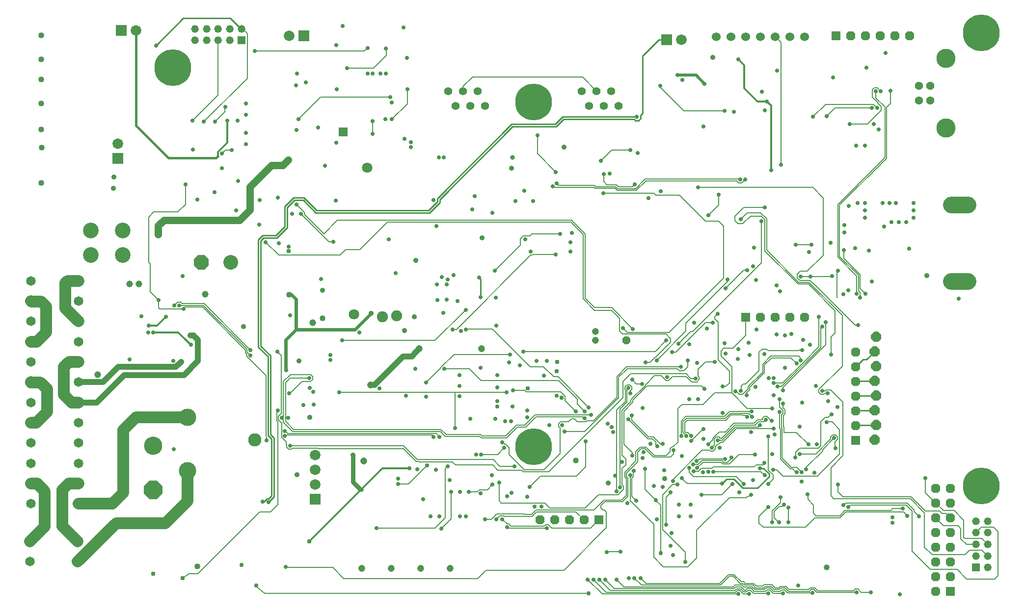
<source format=gbl>
G75*
%MOIN*%
%OFA0B0*%
%FSLAX25Y25*%
%IPPOS*%
%LPD*%
%AMOC8*
5,1,8,0,0,1.08239X$1,22.5*
%
%ADD10C,0.11250*%
%ADD11R,0.06300X0.06300*%
%ADD12OC8,0.06300*%
%ADD13R,0.05200X0.05200*%
%ADD14C,0.05200*%
%ADD15C,0.05500*%
%ADD16R,0.07200X0.07200*%
%ADD17C,0.07200*%
%ADD18OC8,0.05200*%
%ADD19R,0.06400X0.06400*%
%ADD20OC8,0.12400*%
%ADD21C,0.12400*%
%ADD22C,0.06000*%
%ADD23C,0.25000*%
%ADD24C,0.13055*%
%ADD25C,0.05622*%
%ADD26C,0.10630*%
%ADD27C,0.10000*%
%ADD28OC8,0.10000*%
%ADD29C,0.06496*%
%ADD30OC8,0.07000*%
%ADD31C,0.02781*%
%ADD32C,0.00600*%
%ADD33C,0.03100*%
%ADD34C,0.03600*%
%ADD35C,0.03175*%
%ADD36C,0.07087*%
%ADD37C,0.04000*%
%ADD38C,0.04750*%
%ADD39C,0.02978*%
%ADD40C,0.04600*%
%ADD41C,0.01000*%
%ADD42C,0.00800*%
%ADD43C,0.07874*%
%ADD44C,0.09000*%
%ADD45C,0.01200*%
%ADD46C,0.08000*%
%ADD47C,0.11811*%
%ADD48C,0.02400*%
%ADD49C,0.05000*%
%ADD50C,0.03937*%
%ADD51C,0.07500*%
%ADD52C,0.01400*%
%ADD53C,0.03000*%
%ADD54C,0.02000*%
%ADD55C,0.01600*%
%ADD56C,0.04000*%
D10*
X0652371Y0223942D02*
X0663621Y0223942D01*
X0663621Y0275911D02*
X0652371Y0275911D01*
D11*
X0512799Y0199533D03*
X0587524Y0115990D03*
X0412949Y0061694D03*
X0651809Y0013136D03*
X0574102Y0390840D03*
D12*
X0584102Y0390840D03*
X0594102Y0390840D03*
X0604102Y0390840D03*
X0614102Y0390840D03*
X0624102Y0390840D03*
X0552799Y0199533D03*
X0542799Y0199533D03*
X0532799Y0199533D03*
X0522799Y0199533D03*
X0587524Y0175990D03*
X0587524Y0165990D03*
X0587524Y0155990D03*
X0587524Y0145990D03*
X0587524Y0135990D03*
X0587524Y0125990D03*
X0641809Y0083136D03*
X0651809Y0083136D03*
X0651809Y0073136D03*
X0641809Y0073136D03*
X0641809Y0063136D03*
X0651809Y0063136D03*
X0651809Y0053136D03*
X0641809Y0053136D03*
X0641809Y0043136D03*
X0651809Y0043136D03*
X0651809Y0033136D03*
X0641809Y0033136D03*
X0641809Y0023136D03*
X0651809Y0023136D03*
X0641809Y0013136D03*
X0402949Y0061694D03*
X0392949Y0061694D03*
X0382949Y0061694D03*
X0372949Y0061694D03*
D13*
X0669019Y0029408D03*
X0170272Y0387675D03*
D14*
X0162398Y0387675D03*
X0154524Y0387675D03*
X0146650Y0387675D03*
X0138776Y0387675D03*
X0138776Y0395549D03*
X0146650Y0395549D03*
X0154524Y0395549D03*
X0162398Y0395549D03*
X0170272Y0395549D03*
X0669019Y0060905D03*
X0676893Y0060905D03*
X0676893Y0053031D03*
X0669019Y0053031D03*
X0669019Y0045157D03*
X0676893Y0045157D03*
X0676893Y0037282D03*
X0676893Y0029408D03*
X0669019Y0037282D03*
D15*
X0426402Y0343273D03*
X0416402Y0343273D03*
X0406402Y0343273D03*
X0411402Y0353273D03*
X0421402Y0353273D03*
X0401402Y0353273D03*
X0335850Y0343273D03*
X0325850Y0343273D03*
X0315850Y0343273D03*
X0310850Y0353273D03*
X0320850Y0353273D03*
X0330850Y0353273D03*
D16*
X0212882Y0390757D03*
X0088744Y0394340D03*
X0086299Y0307423D03*
X0459020Y0388116D03*
X0220512Y0075987D03*
D17*
X0220512Y0085987D03*
X0220512Y0095987D03*
X0220512Y0105987D03*
X0086299Y0317423D03*
X0202882Y0390757D03*
X0098744Y0394340D03*
X0469020Y0388116D03*
D18*
X0431815Y0183785D03*
D19*
X0239295Y0325399D03*
D20*
X0110420Y0082108D03*
D21*
X0110420Y0112108D03*
D22*
X0492799Y0390242D03*
X0502799Y0390242D03*
X0512799Y0390242D03*
X0522799Y0390242D03*
X0532799Y0390242D03*
X0542799Y0390242D03*
X0552799Y0390242D03*
D23*
X0672667Y0392812D03*
X0368626Y0345793D03*
X0123657Y0369291D03*
X0368736Y0111383D03*
X0672622Y0084850D03*
D24*
X0648882Y0328057D03*
X0648882Y0375458D03*
D25*
X0638213Y0356679D03*
X0630339Y0356679D03*
X0630339Y0346836D03*
X0638213Y0346836D03*
D26*
X0089654Y0258375D03*
X0068000Y0258375D03*
X0068000Y0241840D03*
X0089654Y0241840D03*
D27*
X0163071Y0236952D03*
D28*
X0143071Y0236952D03*
D29*
X0026882Y0033478D03*
X0026882Y0047257D03*
X0059165Y0047257D03*
X0059165Y0033478D03*
X0059665Y0072682D03*
X0059665Y0086462D03*
X0059665Y0100242D03*
X0027382Y0100242D03*
X0027382Y0086462D03*
X0027382Y0072682D03*
X0027382Y0114021D03*
X0027382Y0127801D03*
X0027382Y0141580D03*
X0059665Y0141580D03*
X0059665Y0127801D03*
X0059665Y0114021D03*
X0059665Y0155360D03*
X0059665Y0169139D03*
X0059665Y0182919D03*
X0027382Y0182919D03*
X0027382Y0169139D03*
X0027382Y0155360D03*
X0027382Y0196698D03*
X0027382Y0210478D03*
X0027382Y0224257D03*
X0059665Y0224257D03*
X0059665Y0210478D03*
X0059665Y0196698D03*
D30*
X0600382Y0176257D03*
X0601382Y0186257D03*
X0601382Y0166257D03*
X0600382Y0156257D03*
X0601382Y0146257D03*
X0600382Y0136257D03*
X0601382Y0126257D03*
X0600382Y0116257D03*
D31*
X0573652Y0110357D03*
X0572752Y0117357D03*
X0567852Y0128257D03*
X0570952Y0133457D03*
X0575052Y0138457D03*
X0568652Y0142457D03*
X0568552Y0147957D03*
X0564752Y0149557D03*
X0560252Y0152757D03*
X0538152Y0149857D03*
X0534252Y0152457D03*
X0531752Y0154757D03*
X0531852Y0158157D03*
X0528452Y0158257D03*
X0519252Y0152257D03*
X0513252Y0146357D03*
X0509352Y0149557D03*
X0505652Y0149157D03*
X0496952Y0152357D03*
X0484882Y0150757D03*
X0478652Y0157957D03*
X0468752Y0165757D03*
X0473252Y0170257D03*
X0479752Y0168357D03*
X0491882Y0169257D03*
X0498952Y0174757D03*
X0507352Y0171157D03*
X0515252Y0173757D03*
X0507752Y0177757D03*
X0514882Y0182257D03*
X0520152Y0191157D03*
X0533752Y0187757D03*
X0539252Y0187257D03*
X0543882Y0188257D03*
X0551882Y0184257D03*
X0556352Y0180857D03*
X0551152Y0177257D03*
X0549952Y0170157D03*
X0547252Y0168057D03*
X0539382Y0165257D03*
X0525352Y0174357D03*
X0498502Y0181757D03*
X0486252Y0191757D03*
X0490382Y0195757D03*
X0477882Y0195757D03*
X0493752Y0201857D03*
X0498952Y0219057D03*
X0500452Y0225257D03*
X0513852Y0231657D03*
X0517852Y0234157D03*
X0519652Y0224757D03*
X0533752Y0221007D03*
X0536002Y0217007D03*
X0550002Y0227257D03*
X0556843Y0227257D03*
X0571552Y0227657D03*
X0575382Y0231257D03*
X0598252Y0223757D03*
X0582552Y0217957D03*
X0579152Y0215157D03*
X0588052Y0215457D03*
X0590352Y0212857D03*
X0594152Y0215457D03*
X0562452Y0199957D03*
X0567152Y0196057D03*
X0564752Y0193257D03*
X0589102Y0194107D03*
X0570882Y0174257D03*
X0531852Y0146657D03*
X0535752Y0143757D03*
X0538152Y0140757D03*
X0535752Y0135257D03*
X0530752Y0137657D03*
X0526252Y0129757D03*
X0530252Y0129257D03*
X0531752Y0123757D03*
X0532382Y0119757D03*
X0528052Y0118557D03*
X0516452Y0121457D03*
X0522252Y0126257D03*
X0516982Y0131957D03*
X0513582Y0131857D03*
X0516882Y0135357D03*
X0496952Y0134557D03*
X0480252Y0143757D03*
X0474252Y0143757D03*
X0442682Y0137957D03*
X0435352Y0132857D03*
X0433152Y0130057D03*
X0421582Y0124857D03*
X0419082Y0127157D03*
X0422682Y0121357D03*
X0407752Y0133257D03*
X0403352Y0135657D03*
X0406152Y0138157D03*
X0397452Y0135657D03*
X0403252Y0130757D03*
X0388152Y0126257D03*
X0389752Y0121757D03*
X0379352Y0126257D03*
X0364252Y0131357D03*
X0364452Y0136157D03*
X0354252Y0138957D03*
X0344052Y0138957D03*
X0344052Y0142357D03*
X0350352Y0148657D03*
X0354752Y0149957D03*
X0344052Y0151957D03*
X0344152Y0160057D03*
X0332791Y0165257D03*
X0318352Y0160257D03*
X0308052Y0164457D03*
X0295752Y0155257D03*
X0288452Y0164457D03*
X0263952Y0151057D03*
X0282052Y0146157D03*
X0295652Y0145557D03*
X0318552Y0145957D03*
X0318352Y0152957D03*
X0352052Y0168857D03*
X0352752Y0174257D03*
X0361752Y0176257D03*
X0370752Y0169757D03*
X0377752Y0169757D03*
X0375752Y0159757D03*
X0359252Y0166757D03*
X0384252Y0146257D03*
X0342652Y0130457D03*
X0349352Y0128957D03*
X0353252Y0128857D03*
X0347482Y0114457D03*
X0348882Y0110757D03*
X0332982Y0106257D03*
X0329582Y0106257D03*
X0310382Y0098257D03*
X0302382Y0095757D03*
X0296382Y0098757D03*
X0289882Y0096257D03*
X0284382Y0096757D03*
X0276882Y0089757D03*
X0276882Y0086257D03*
X0293882Y0075757D03*
X0312882Y0080757D03*
X0318882Y0080757D03*
X0324882Y0080757D03*
X0332882Y0079757D03*
X0340882Y0085757D03*
X0345382Y0087257D03*
X0353882Y0080257D03*
X0350882Y0077757D03*
X0364282Y0077657D03*
X0365982Y0084157D03*
X0355752Y0098257D03*
X0340382Y0092257D03*
X0311882Y0088757D03*
X0369482Y0070857D03*
X0374082Y0070857D03*
X0377882Y0056257D03*
X0350882Y0056757D03*
X0347382Y0062257D03*
X0343382Y0062257D03*
X0335882Y0062257D03*
X0322882Y0064257D03*
X0318882Y0064257D03*
X0304882Y0064257D03*
X0298882Y0064257D03*
X0306182Y0055757D03*
X0261982Y0056057D03*
X0200282Y0029857D03*
X0188882Y0073757D03*
X0184882Y0074257D03*
X0203252Y0112257D03*
X0199882Y0118757D03*
X0199882Y0122257D03*
X0197782Y0131057D03*
X0202082Y0131057D03*
X0195182Y0136257D03*
X0212252Y0139857D03*
X0219352Y0140257D03*
X0219152Y0148957D03*
X0216652Y0151557D03*
X0216252Y0158257D03*
X0200752Y0163457D03*
X0194882Y0176257D03*
X0176482Y0177157D03*
X0176382Y0173657D03*
X0135982Y0180757D03*
X0110482Y0189257D03*
X0106982Y0189257D03*
X0107482Y0193757D03*
X0102482Y0200257D03*
X0118982Y0199757D03*
X0124682Y0207557D03*
X0128082Y0207557D03*
X0130982Y0205257D03*
X0113982Y0211157D03*
X0130382Y0227457D03*
X0186882Y0250657D03*
X0195673Y0249952D03*
X0202452Y0247357D03*
X0182552Y0262557D03*
X0204752Y0269857D03*
X0210752Y0269757D03*
X0207652Y0276057D03*
X0195152Y0280757D03*
X0182652Y0279157D03*
X0166852Y0272157D03*
X0140452Y0279557D03*
X0152152Y0284357D03*
X0168052Y0292257D03*
X0156952Y0300757D03*
X0157152Y0310857D03*
X0163752Y0313257D03*
X0173252Y0317257D03*
X0173252Y0324757D03*
X0167752Y0333257D03*
X0173252Y0337257D03*
X0160752Y0333257D03*
X0152452Y0332457D03*
X0144852Y0332557D03*
X0137052Y0333057D03*
X0159252Y0342657D03*
X0173252Y0344757D03*
X0207352Y0357157D03*
X0214152Y0359057D03*
X0207952Y0365157D03*
X0235052Y0354457D03*
X0255952Y0365157D03*
X0259252Y0365257D03*
X0264652Y0365157D03*
X0268352Y0365257D03*
X0282752Y0375757D03*
X0268352Y0382057D03*
X0256052Y0382657D03*
X0234752Y0384557D03*
X0238952Y0397657D03*
X0280252Y0396457D03*
X0242052Y0368957D03*
X0282952Y0354557D03*
X0271352Y0349157D03*
X0272552Y0345657D03*
X0272552Y0334257D03*
X0268052Y0334257D03*
X0259452Y0332957D03*
X0259552Y0324157D03*
X0234752Y0318257D03*
X0222252Y0328457D03*
X0209052Y0334257D03*
X0207752Y0326757D03*
X0227034Y0302508D03*
X0234552Y0278957D03*
X0232752Y0250757D03*
X0270352Y0252357D03*
X0302752Y0261557D03*
X0327152Y0272857D03*
X0340852Y0270657D03*
X0356252Y0278457D03*
X0368452Y0278457D03*
X0362352Y0285457D03*
X0381752Y0288357D03*
X0384252Y0290657D03*
X0383752Y0298257D03*
X0414252Y0305757D03*
X0416252Y0296757D03*
X0420252Y0297257D03*
X0437252Y0289757D03*
X0446852Y0280657D03*
X0455152Y0285157D03*
X0480252Y0287757D03*
X0494252Y0282757D03*
X0487252Y0268757D03*
X0509352Y0266257D03*
X0523452Y0264757D03*
X0525882Y0274257D03*
X0512452Y0293257D03*
X0509052Y0293057D03*
X0530082Y0299457D03*
X0536652Y0303057D03*
X0587752Y0316257D03*
X0593752Y0316257D03*
X0603132Y0327257D03*
X0599752Y0330757D03*
X0583452Y0330957D03*
X0567852Y0336157D03*
X0558552Y0335857D03*
X0527182Y0346257D03*
X0525752Y0340257D03*
X0504752Y0339257D03*
X0498252Y0339757D03*
X0484052Y0329157D03*
X0438882Y0335757D03*
X0454752Y0356757D03*
X0469752Y0360757D03*
X0466252Y0364007D03*
X0484752Y0358257D03*
X0507882Y0374757D03*
X0534052Y0367257D03*
X0523752Y0352757D03*
X0572132Y0362507D03*
X0594752Y0369257D03*
X0607752Y0379257D03*
X0611152Y0353357D03*
X0604452Y0353157D03*
X0600952Y0353157D03*
X0602052Y0341757D03*
X0598452Y0341857D03*
X0593752Y0277257D03*
X0593752Y0272257D03*
X0588752Y0277257D03*
X0582752Y0275257D03*
X0593752Y0267257D03*
X0606752Y0261257D03*
X0611752Y0264257D03*
X0616752Y0264257D03*
X0621752Y0264257D03*
X0626752Y0267257D03*
X0626752Y0272257D03*
X0626752Y0277257D03*
X0614752Y0277257D03*
X0610252Y0277257D03*
X0605752Y0277257D03*
X0579752Y0262257D03*
X0579752Y0257257D03*
X0570552Y0250157D03*
X0579452Y0245157D03*
X0586952Y0246357D03*
X0596252Y0244757D03*
X0623752Y0246257D03*
X0557382Y0248757D03*
X0555752Y0243757D03*
X0546882Y0248757D03*
X0518252Y0246757D03*
X0415952Y0283757D03*
X0394752Y0256757D03*
X0386652Y0256257D03*
X0393782Y0250357D03*
X0393782Y0244057D03*
X0383752Y0242257D03*
X0366752Y0244257D03*
X0363052Y0252357D03*
X0342352Y0231257D03*
X0331852Y0226457D03*
X0314252Y0228257D03*
X0310452Y0225157D03*
X0309752Y0221757D03*
X0306352Y0226757D03*
X0302952Y0221857D03*
X0303382Y0211257D03*
X0309752Y0211557D03*
X0317152Y0210557D03*
X0322652Y0204657D03*
X0307252Y0202357D03*
X0313752Y0191257D03*
X0319252Y0190257D03*
X0322752Y0191257D03*
X0343252Y0193757D03*
X0343152Y0212957D03*
X0332852Y0213057D03*
X0275152Y0229557D03*
X0224352Y0225457D03*
X0203282Y0200857D03*
X0250252Y0189057D03*
X0238752Y0183757D03*
X0230752Y0173857D03*
X0230752Y0170557D03*
X0236652Y0148657D03*
X0202752Y0147757D03*
X0187382Y0115757D03*
X0124382Y0109857D03*
X0124139Y0169730D03*
X0094482Y0170757D03*
X0300882Y0118257D03*
X0304882Y0118257D03*
X0315252Y0124257D03*
X0325752Y0130457D03*
X0404082Y0115157D03*
X0428652Y0101257D03*
X0435682Y0105457D03*
X0442752Y0103757D03*
X0443452Y0107757D03*
X0452652Y0111757D03*
X0456552Y0113457D03*
X0463682Y0109157D03*
X0469252Y0105257D03*
X0479452Y0101757D03*
X0476952Y0099357D03*
X0474352Y0097057D03*
X0477352Y0094757D03*
X0479882Y0097157D03*
X0483652Y0094157D03*
X0487252Y0094457D03*
X0490852Y0094557D03*
X0496652Y0086357D03*
X0503752Y0086257D03*
X0508352Y0080457D03*
X0511252Y0086257D03*
X0517752Y0088757D03*
X0525652Y0092057D03*
X0522352Y0096857D03*
X0525452Y0100357D03*
X0530882Y0106457D03*
X0519082Y0106057D03*
X0503002Y0104257D03*
X0498752Y0103257D03*
X0494982Y0110957D03*
X0493752Y0115757D03*
X0489752Y0110757D03*
X0487252Y0113257D03*
X0484152Y0116757D03*
X0475782Y0118957D03*
X0472382Y0118957D03*
X0468982Y0118957D03*
X0475582Y0115457D03*
X0483982Y0123657D03*
X0448082Y0113357D03*
X0444352Y0096557D03*
X0436882Y0095257D03*
X0434252Y0092057D03*
X0423952Y0091857D03*
X0427552Y0083757D03*
X0425052Y0081057D03*
X0432382Y0073257D03*
X0438382Y0074757D03*
X0451561Y0075249D03*
X0461652Y0080657D03*
X0456252Y0084257D03*
X0450252Y0084757D03*
X0457407Y0095603D03*
X0463252Y0088257D03*
X0466252Y0085757D03*
X0469252Y0090157D03*
X0482752Y0078757D03*
X0475252Y0072257D03*
X0467252Y0072257D03*
X0467252Y0064257D03*
X0475252Y0064257D03*
X0458852Y0058557D03*
X0452382Y0062257D03*
X0462252Y0052757D03*
X0461882Y0044257D03*
X0463382Y0037757D03*
X0471882Y0033257D03*
X0441482Y0022257D03*
X0437182Y0022257D03*
X0433382Y0022257D03*
X0425182Y0021257D03*
X0417282Y0021257D03*
X0413382Y0021257D03*
X0409382Y0021257D03*
X0405482Y0021257D03*
X0418382Y0039757D03*
X0427882Y0040257D03*
X0507882Y0011457D03*
X0515182Y0011557D03*
X0527982Y0011957D03*
X0537982Y0011957D03*
X0548382Y0017257D03*
X0557982Y0012057D03*
X0587982Y0012457D03*
X0597882Y0012557D03*
X0617382Y0011257D03*
X0612482Y0059957D03*
X0612482Y0063357D03*
X0619382Y0069457D03*
X0622482Y0064657D03*
X0630382Y0064157D03*
X0582482Y0070557D03*
X0579082Y0071757D03*
X0554752Y0079257D03*
X0541752Y0070257D03*
X0538752Y0072257D03*
X0536352Y0077107D03*
X0528052Y0070557D03*
X0530852Y0060157D03*
X0535252Y0060257D03*
X0541752Y0060257D03*
X0516252Y0078957D03*
X0528052Y0086157D03*
X0531252Y0095857D03*
X0547252Y0094257D03*
X0550752Y0094257D03*
X0553752Y0096257D03*
X0559552Y0093857D03*
X0550752Y0087957D03*
X0546452Y0104157D03*
X0549252Y0106557D03*
X0555252Y0113057D03*
X0561152Y0113057D03*
X0549552Y0125157D03*
X0550952Y0141657D03*
X0459552Y0158857D03*
X0452252Y0170057D03*
X0444682Y0168857D03*
X0462852Y0175757D03*
X0466952Y0181357D03*
X0474502Y0181257D03*
X0458752Y0183757D03*
X0436202Y0191607D03*
X0429552Y0192257D03*
X0435652Y0157157D03*
X0433052Y0151357D03*
X0434452Y0147757D03*
X0442352Y0154257D03*
X0575252Y0085757D03*
X0634682Y0090057D03*
X0657382Y0212257D03*
X0439252Y0311257D03*
X0434252Y0313257D03*
X0371252Y0323257D03*
X0307752Y0308257D03*
X0304252Y0308257D03*
X0285552Y0315057D03*
X0285552Y0318357D03*
X0280952Y0320757D03*
X0328882Y0281757D03*
X0300852Y0279157D03*
X0137252Y0313357D03*
X0132252Y0289757D03*
X0112382Y0384257D03*
X0179552Y0380557D03*
D32*
X0320850Y0356356D02*
X0320850Y0353273D01*
X0320850Y0356356D02*
X0327252Y0362757D01*
X0401917Y0362757D01*
X0411402Y0353273D01*
X0371252Y0323257D02*
X0371252Y0310757D01*
X0383752Y0298257D01*
X0384252Y0290657D02*
X0385752Y0289157D01*
X0410052Y0289157D01*
X0410952Y0288257D01*
X0424552Y0288257D01*
X0425852Y0286957D01*
X0437952Y0286957D01*
X0444452Y0293457D01*
X0508652Y0293457D01*
X0509052Y0293057D01*
X0511343Y0292148D02*
X0512452Y0293257D01*
X0511343Y0292148D02*
X0511343Y0292109D01*
X0510001Y0290767D01*
X0508103Y0290767D01*
X0506613Y0292257D01*
X0444949Y0292257D01*
X0438449Y0285757D01*
X0425355Y0285757D01*
X0424055Y0287057D01*
X0410455Y0287057D01*
X0409555Y0287957D01*
X0382152Y0287957D01*
X0381752Y0288357D01*
X0415952Y0283757D02*
X0450352Y0283757D01*
X0451752Y0282357D01*
X0467852Y0282357D01*
X0485352Y0264857D01*
X0494452Y0264857D01*
X0497652Y0261657D01*
X0497652Y0226088D01*
X0460821Y0189257D01*
X0432552Y0189257D01*
X0429552Y0192257D01*
X0427082Y0190157D02*
X0427082Y0198889D01*
X0421748Y0204223D01*
X0410148Y0204223D01*
X0402352Y0212019D01*
X0402352Y0255719D01*
X0393913Y0264157D01*
X0269282Y0264157D01*
X0250582Y0245457D01*
X0241082Y0245457D01*
X0237482Y0241857D01*
X0195682Y0241857D01*
X0186882Y0250657D01*
X0130131Y0208748D02*
X0129031Y0209848D01*
X0126972Y0209848D01*
X0124682Y0207557D01*
X0128082Y0207557D02*
X0129943Y0207457D01*
X0130033Y0207548D01*
X0144394Y0207548D01*
X0174191Y0177751D01*
X0174191Y0175848D01*
X0176382Y0173657D01*
X0174091Y0174248D02*
X0173782Y0174557D01*
X0173782Y0174560D01*
X0172991Y0175351D01*
X0172991Y0177254D01*
X0143897Y0206348D01*
X0132072Y0206348D01*
X0130982Y0205257D01*
X0114882Y0205257D01*
X0113982Y0206157D01*
X0113982Y0211157D01*
X0130131Y0208748D02*
X0144891Y0208748D01*
X0176482Y0177157D01*
X0174091Y0174248D02*
X0174091Y0172709D01*
X0186982Y0159818D01*
X0186982Y0118677D01*
X0187382Y0118277D01*
X0187382Y0115757D01*
X0197591Y0117809D02*
X0197591Y0127600D01*
X0195491Y0129700D01*
X0195491Y0132006D01*
X0197552Y0134067D01*
X0197552Y0173587D01*
X0194882Y0176257D01*
X0195182Y0136257D02*
X0194291Y0135267D01*
X0194291Y0129202D01*
X0194982Y0128512D01*
X0194982Y0072057D01*
X0190182Y0067257D01*
X0182782Y0067257D01*
X0140582Y0025057D01*
X0134582Y0025057D01*
X0130482Y0022157D01*
X0200282Y0029857D02*
X0200582Y0029557D01*
X0232282Y0029557D01*
X0239882Y0021957D01*
X0330882Y0021957D01*
X0336482Y0027557D01*
X0389282Y0027557D01*
X0418182Y0056457D01*
X0418182Y0067057D01*
X0416872Y0068367D01*
X0415803Y0068367D01*
X0414461Y0069709D01*
X0414461Y0071606D01*
X0416913Y0074057D01*
X0428982Y0074057D01*
X0432847Y0077923D01*
X0432847Y0090223D01*
X0431782Y0091288D01*
X0431782Y0093657D01*
X0439382Y0101257D01*
X0439382Y0107757D01*
X0441672Y0110048D01*
X0444401Y0110048D01*
X0450091Y0104357D01*
X0461582Y0104357D01*
X0463682Y0106457D01*
X0463682Y0109157D01*
X0463482Y0111448D02*
X0466652Y0114618D01*
X0466652Y0137460D01*
X0469449Y0140257D01*
X0483882Y0140257D01*
X0491772Y0148148D01*
X0503361Y0148148D01*
X0503361Y0165848D01*
X0496052Y0173157D01*
X0496052Y0176657D01*
X0497852Y0178457D01*
X0504052Y0178457D01*
X0512799Y0187205D01*
X0512799Y0199533D01*
X0494152Y0196157D02*
X0491852Y0198457D01*
X0491852Y0199957D01*
X0493752Y0201857D01*
X0494152Y0196157D02*
X0494152Y0170357D01*
X0501652Y0162857D01*
X0501652Y0154957D01*
X0499052Y0152357D01*
X0496952Y0152357D01*
X0503361Y0148148D02*
X0513852Y0137657D01*
X0530752Y0137657D01*
X0535752Y0138497D02*
X0538043Y0136206D01*
X0538043Y0134309D01*
X0536952Y0133218D01*
X0536952Y0124651D01*
X0537452Y0124151D01*
X0537452Y0103754D01*
X0543658Y0097548D01*
X0547461Y0097548D01*
X0550752Y0094257D01*
X0547252Y0094257D02*
X0546691Y0094257D01*
X0544601Y0096348D01*
X0543161Y0096348D01*
X0536252Y0103257D01*
X0536252Y0123654D01*
X0535752Y0124154D01*
X0535752Y0135257D01*
X0535752Y0138497D02*
X0535752Y0143757D01*
X0538152Y0149857D02*
X0538152Y0151724D01*
X0567152Y0180724D01*
X0567152Y0196057D01*
X0564752Y0193257D02*
X0563652Y0192157D01*
X0563652Y0178921D01*
X0537188Y0152457D01*
X0534252Y0152457D01*
X0531752Y0154757D02*
X0537791Y0154757D01*
X0552243Y0169209D01*
X0552243Y0169248D01*
X0562452Y0179457D01*
X0562452Y0199957D01*
X0573382Y0203930D02*
X0555255Y0222057D01*
X0548255Y0222057D01*
X0525752Y0244560D01*
X0525752Y0265960D01*
X0523418Y0268294D01*
X0515918Y0268294D01*
X0510882Y0263257D01*
X0507382Y0263257D01*
X0505382Y0265257D01*
X0505382Y0268257D01*
X0511382Y0274257D01*
X0525882Y0274257D01*
X0522852Y0270557D02*
X0513652Y0270557D01*
X0509352Y0266257D01*
X0522852Y0270557D02*
X0526952Y0266457D01*
X0526952Y0245057D01*
X0548752Y0223257D01*
X0555752Y0223257D01*
X0578252Y0200757D01*
X0578252Y0166297D01*
X0562461Y0150506D01*
X0562461Y0148609D01*
X0563803Y0147267D01*
X0565701Y0147267D01*
X0566391Y0147957D01*
X0568552Y0147957D01*
X0566913Y0149557D02*
X0564752Y0149557D01*
X0566913Y0149557D02*
X0567603Y0150248D01*
X0570358Y0150248D01*
X0578752Y0141854D01*
X0578752Y0105460D01*
X0570582Y0097290D01*
X0570582Y0078057D01*
X0572382Y0076257D01*
X0624585Y0076257D01*
X0634182Y0066660D01*
X0634182Y0043257D01*
X0639282Y0038157D01*
X0661882Y0038157D01*
X0664882Y0041157D01*
X0673018Y0041157D01*
X0676893Y0037282D01*
X0676893Y0045157D02*
X0676893Y0045346D01*
X0673082Y0049157D01*
X0661582Y0049157D01*
X0660882Y0049857D01*
X0660882Y0061657D01*
X0654482Y0068057D01*
X0646887Y0068057D01*
X0641809Y0073136D01*
X0634682Y0080263D01*
X0634682Y0090057D01*
X0625082Y0077457D02*
X0634582Y0067957D01*
X0644482Y0067957D01*
X0646182Y0066257D01*
X0648687Y0066257D01*
X0651809Y0063136D01*
X0647187Y0057757D02*
X0641809Y0063136D01*
X0630382Y0064157D02*
X0626982Y0067557D01*
X0626982Y0068454D01*
X0622379Y0073057D01*
X0580382Y0073057D01*
X0579082Y0071757D01*
X0582482Y0070557D02*
X0583782Y0071857D01*
X0621882Y0071857D01*
X0625782Y0067957D01*
X0625782Y0040357D01*
X0637982Y0028157D01*
X0656282Y0028157D01*
X0662882Y0021557D01*
X0681782Y0021557D01*
X0683982Y0023757D01*
X0683982Y0053857D01*
X0681082Y0056757D01*
X0672746Y0056757D01*
X0669019Y0053031D01*
X0662583Y0045157D02*
X0658782Y0048957D01*
X0658782Y0055957D01*
X0656982Y0057757D01*
X0647187Y0057757D01*
X0622482Y0064657D02*
X0620082Y0067057D01*
X0580682Y0067057D01*
X0576782Y0063157D01*
X0559882Y0063157D01*
X0553482Y0056757D01*
X0524582Y0056757D01*
X0521717Y0059622D01*
X0521717Y0064222D01*
X0528052Y0070557D01*
X0530852Y0067857D02*
X0536352Y0073357D01*
X0536352Y0077107D01*
X0538752Y0072257D02*
X0537252Y0070757D01*
X0535449Y0070757D01*
X0532052Y0067360D01*
X0532052Y0063257D01*
X0535052Y0060257D01*
X0535252Y0060257D01*
X0530852Y0060157D02*
X0530852Y0067857D01*
X0541752Y0070257D02*
X0541752Y0060257D01*
X0558782Y0066357D02*
X0560482Y0064657D01*
X0576585Y0064657D01*
X0580185Y0068257D01*
X0611282Y0068257D01*
X0612482Y0069457D01*
X0619382Y0069457D01*
X0625082Y0077457D02*
X0578682Y0077457D01*
X0575252Y0080887D01*
X0575252Y0085757D01*
X0561464Y0091567D02*
X0576352Y0106454D01*
X0576352Y0123257D01*
X0571252Y0128357D01*
X0568452Y0128357D01*
X0568352Y0128257D01*
X0567852Y0128257D01*
X0568852Y0131357D02*
X0570952Y0133457D01*
X0568852Y0131357D02*
X0566652Y0131357D01*
X0563752Y0128457D01*
X0563752Y0112157D01*
X0562052Y0110457D01*
X0549352Y0110457D01*
X0546852Y0107957D01*
X0546852Y0104557D01*
X0546452Y0104157D01*
X0549252Y0106557D02*
X0560255Y0106557D01*
X0570461Y0116764D01*
X0570461Y0118306D01*
X0571803Y0119648D01*
X0573701Y0119648D01*
X0575043Y0118306D01*
X0575043Y0116409D01*
X0573352Y0114718D01*
X0573352Y0110657D01*
X0573652Y0110357D01*
X0572752Y0117357D02*
X0564952Y0109557D01*
X0564952Y0108657D01*
X0553752Y0097457D01*
X0553752Y0096257D01*
X0561464Y0091567D02*
X0537903Y0091567D01*
X0533613Y0095857D01*
X0531252Y0095857D01*
X0528082Y0095557D02*
X0531282Y0092357D01*
X0531282Y0089387D01*
X0528052Y0086157D01*
X0525652Y0092057D02*
X0523152Y0094557D01*
X0490852Y0094557D01*
X0489752Y0096757D02*
X0490752Y0097757D01*
X0518513Y0097757D01*
X0519903Y0099148D01*
X0524243Y0099148D01*
X0525452Y0100357D01*
X0519082Y0106057D02*
X0508041Y0106057D01*
X0501751Y0099767D01*
X0497306Y0099767D01*
X0496216Y0100857D01*
X0483582Y0100857D01*
X0479882Y0097157D01*
X0480401Y0099467D02*
X0477061Y0099467D01*
X0476952Y0099357D01*
X0480401Y0099467D02*
X0482991Y0102057D01*
X0496713Y0102057D01*
X0497803Y0100967D01*
X0500461Y0100967D01*
X0503002Y0103507D01*
X0503002Y0104257D01*
X0498752Y0103257D02*
X0480952Y0103257D01*
X0479452Y0101757D01*
X0482712Y0096748D02*
X0488243Y0096748D01*
X0488252Y0096757D01*
X0489752Y0096757D01*
X0482712Y0096748D02*
X0480831Y0094867D01*
X0477461Y0094867D01*
X0477352Y0094757D01*
X0474252Y0094257D02*
X0474252Y0096957D01*
X0474352Y0097057D01*
X0474252Y0094257D02*
X0477252Y0091257D01*
X0506252Y0091257D01*
X0511252Y0086257D01*
X0503752Y0086257D02*
X0496252Y0078757D01*
X0482752Y0078757D01*
X0472952Y0086357D02*
X0469652Y0089657D01*
X0469652Y0089757D01*
X0469252Y0090157D01*
X0472952Y0086357D02*
X0496652Y0086357D01*
X0501582Y0076957D02*
X0513055Y0076957D01*
X0513955Y0077857D01*
X0515152Y0077857D01*
X0516252Y0078957D01*
X0501582Y0076957D02*
X0479382Y0054757D01*
X0479382Y0035957D01*
X0473382Y0029957D01*
X0456782Y0029957D01*
X0450282Y0036457D01*
X0450282Y0058827D01*
X0434252Y0074857D01*
X0434252Y0092057D01*
X0435452Y0090018D02*
X0435452Y0077687D01*
X0438382Y0074757D01*
X0431647Y0078420D02*
X0428485Y0075257D01*
X0416416Y0075257D01*
X0409616Y0068457D01*
X0370385Y0068457D01*
X0367385Y0065457D01*
X0362882Y0065457D01*
X0362591Y0065748D01*
X0343633Y0065748D01*
X0340143Y0062257D01*
X0335882Y0062257D01*
X0343382Y0062257D02*
X0345672Y0064548D01*
X0348331Y0064548D01*
X0348621Y0064257D01*
X0367882Y0064257D01*
X0370882Y0067257D01*
X0397386Y0067257D01*
X0402949Y0061694D01*
X0407512Y0056257D02*
X0381121Y0056257D01*
X0378831Y0058548D01*
X0376933Y0058548D01*
X0375843Y0057457D01*
X0353421Y0057457D01*
X0351831Y0059048D01*
X0350591Y0059048D01*
X0347382Y0062257D01*
X0350882Y0056757D02*
X0351382Y0056257D01*
X0377882Y0056257D01*
X0379882Y0069757D02*
X0376382Y0073257D01*
X0346882Y0073257D01*
X0345382Y0074757D01*
X0345382Y0087257D01*
X0344482Y0095657D02*
X0360885Y0095657D01*
X0361885Y0094657D01*
X0378952Y0094657D01*
X0379052Y0094557D01*
X0375852Y0095857D02*
X0386752Y0106757D01*
X0386752Y0124418D01*
X0385861Y0125309D01*
X0385861Y0127206D01*
X0387203Y0128548D01*
X0392543Y0128548D01*
X0394552Y0130557D01*
X0396252Y0130557D01*
X0398343Y0128467D01*
X0404201Y0128467D01*
X0404991Y0129257D01*
X0409252Y0129257D01*
X0425252Y0145257D01*
X0425252Y0159257D01*
X0431752Y0165757D01*
X0468752Y0165757D01*
X0466452Y0164557D02*
X0432249Y0164557D01*
X0426452Y0158760D01*
X0426452Y0144760D01*
X0403449Y0121757D01*
X0389752Y0121757D01*
X0404082Y0115157D02*
X0404082Y0097857D01*
X0397882Y0091657D01*
X0373482Y0091657D01*
X0365982Y0084157D01*
X0362382Y0095857D02*
X0351982Y0106257D01*
X0351982Y0110897D01*
X0349831Y0113048D01*
X0348891Y0113048D01*
X0347482Y0114457D01*
X0348882Y0110757D02*
X0344382Y0106257D01*
X0332982Y0106257D01*
X0340982Y0099157D02*
X0315582Y0099157D01*
X0313482Y0101257D01*
X0291182Y0101257D01*
X0290982Y0101457D01*
X0289213Y0101457D01*
X0280513Y0110157D01*
X0222706Y0110157D01*
X0222376Y0110487D01*
X0204721Y0110487D01*
X0204201Y0109967D01*
X0202303Y0109967D01*
X0200961Y0111309D01*
X0200961Y0112878D01*
X0200582Y0113257D01*
X0200582Y0114818D01*
X0197591Y0117809D01*
X0199882Y0118757D02*
X0200482Y0119357D01*
X0299782Y0119357D01*
X0300882Y0118257D01*
X0302582Y0120557D02*
X0304882Y0118257D01*
X0302582Y0120557D02*
X0201582Y0120557D01*
X0199882Y0122257D01*
X0200252Y0131057D02*
X0202082Y0131057D01*
X0198852Y0131057D02*
X0197782Y0131057D01*
X0283882Y0086257D02*
X0296382Y0098757D01*
X0308882Y0096757D02*
X0308882Y0063257D01*
X0301682Y0056057D01*
X0261982Y0056057D01*
X0306182Y0055757D02*
X0312882Y0062457D01*
X0312882Y0080757D01*
X0283882Y0086257D02*
X0276882Y0086257D01*
X0308882Y0096757D02*
X0310382Y0098257D01*
X0340982Y0099157D02*
X0344482Y0095657D01*
X0362382Y0095857D02*
X0375852Y0095857D01*
X0403882Y0069757D02*
X0412882Y0078757D01*
X0422882Y0078757D01*
X0422891Y0078767D01*
X0426001Y0078767D01*
X0429843Y0082609D01*
X0429843Y0084706D01*
X0428882Y0085667D01*
X0428882Y0096757D01*
X0431382Y0099257D01*
X0431382Y0103257D01*
X0428752Y0105887D01*
X0428752Y0136127D01*
X0432082Y0139457D01*
X0434882Y0142257D01*
X0434882Y0143548D01*
X0444643Y0153309D01*
X0444643Y0153518D01*
X0450882Y0159757D01*
X0455382Y0159757D01*
X0458382Y0156757D01*
X0458413Y0156757D01*
X0458603Y0156567D01*
X0460501Y0156567D01*
X0463207Y0159273D01*
X0472398Y0159273D01*
X0476004Y0155667D01*
X0479601Y0155667D01*
X0480943Y0157009D01*
X0480943Y0158906D01*
X0480382Y0159467D01*
X0480382Y0164257D01*
X0485382Y0169257D01*
X0491882Y0169257D01*
X0473252Y0170257D02*
X0473252Y0165757D01*
X0470752Y0163257D01*
X0467752Y0163257D01*
X0466452Y0164557D01*
X0452252Y0170057D02*
X0472211Y0190017D01*
X0472211Y0195556D01*
X0500452Y0223797D01*
X0500452Y0225257D01*
X0498952Y0219057D02*
X0511552Y0231657D01*
X0513852Y0231657D01*
X0523552Y0236618D02*
X0523452Y0264757D01*
X0494252Y0275757D02*
X0494252Y0282757D01*
X0494252Y0275757D02*
X0487252Y0268757D01*
X0480252Y0287757D02*
X0558252Y0287757D01*
X0565352Y0280657D01*
X0565352Y0241657D01*
X0554452Y0230757D01*
X0549752Y0230757D01*
X0547711Y0228717D01*
X0547711Y0226309D01*
X0549563Y0224457D01*
X0556249Y0224457D01*
X0557949Y0222757D01*
X0558252Y0222757D01*
X0586902Y0194107D01*
X0589102Y0194107D01*
X0573382Y0188757D02*
X0573382Y0203930D01*
X0574882Y0212757D02*
X0574882Y0230757D01*
X0575382Y0231257D01*
X0571552Y0227657D02*
X0571152Y0227257D01*
X0556843Y0227257D01*
X0550002Y0227257D01*
X0523552Y0236618D02*
X0476651Y0189717D01*
X0475311Y0189717D01*
X0466952Y0181357D01*
X0461782Y0182357D02*
X0461782Y0184857D01*
X0458582Y0188057D01*
X0429182Y0188057D01*
X0427082Y0190157D01*
X0451252Y0176257D02*
X0458752Y0183757D01*
X0461782Y0182357D02*
X0451772Y0172348D01*
X0451303Y0172348D01*
X0447813Y0168857D01*
X0444682Y0168857D01*
X0451252Y0176257D02*
X0361752Y0176257D01*
X0352752Y0174257D02*
X0314613Y0174257D01*
X0305761Y0165406D01*
X0305761Y0165267D01*
X0295752Y0155257D01*
X0308052Y0164457D02*
X0325152Y0164457D01*
X0333152Y0156457D01*
X0385852Y0156457D01*
X0398352Y0143957D01*
X0398352Y0140657D01*
X0403352Y0135657D01*
X0406152Y0138157D02*
X0385252Y0159057D01*
X0382252Y0159057D01*
X0375352Y0165957D01*
X0366252Y0165957D01*
X0340652Y0191557D01*
X0322952Y0191557D01*
X0322752Y0191357D01*
X0322752Y0191257D01*
X0315252Y0148657D02*
X0315252Y0124257D01*
X0354752Y0149957D02*
X0362587Y0149957D01*
X0363737Y0148807D01*
X0387167Y0148807D01*
X0390202Y0145772D01*
X0390202Y0142907D01*
X0397452Y0135657D01*
X0425052Y0136354D02*
X0430952Y0142254D01*
X0430952Y0150218D01*
X0430761Y0150409D01*
X0430761Y0152306D01*
X0432103Y0153648D01*
X0434001Y0153648D01*
X0435343Y0152306D01*
X0435343Y0150409D01*
X0434452Y0149518D01*
X0434452Y0147757D01*
X0432152Y0150457D02*
X0433052Y0151357D01*
X0432152Y0150457D02*
X0432152Y0141757D01*
X0427552Y0137157D01*
X0427552Y0101257D01*
X0428652Y0101257D01*
X0427552Y0101257D02*
X0427552Y0083757D01*
X0425052Y0081057D02*
X0425052Y0091857D01*
X0423952Y0091857D01*
X0425052Y0091857D02*
X0425052Y0136354D01*
X0429952Y0135630D02*
X0436082Y0141760D01*
X0436082Y0143051D01*
X0445788Y0152757D01*
X0482882Y0152757D01*
X0484882Y0150757D01*
X0505652Y0149157D02*
X0506513Y0149157D01*
X0508403Y0147267D01*
X0510801Y0147267D01*
X0514343Y0150809D01*
X0514343Y0152351D01*
X0524261Y0162270D01*
X0524261Y0167657D01*
X0529761Y0173157D01*
X0548555Y0173157D01*
X0549653Y0172059D01*
X0549653Y0170456D01*
X0549952Y0170157D01*
X0547252Y0168057D02*
X0543452Y0171957D01*
X0530258Y0171957D01*
X0525461Y0167160D01*
X0525461Y0161773D01*
X0515543Y0151854D01*
X0515543Y0150311D01*
X0513252Y0148021D01*
X0513252Y0146357D01*
X0509761Y0149967D02*
X0509761Y0152706D01*
X0511103Y0154048D01*
X0512645Y0154048D01*
X0521752Y0163154D01*
X0521752Y0173357D01*
X0521861Y0173467D01*
X0521861Y0175803D01*
X0523906Y0177848D01*
X0526798Y0177848D01*
X0527888Y0176757D01*
X0548252Y0176757D01*
X0548652Y0177257D01*
X0551152Y0177257D01*
X0570882Y0174257D02*
X0570882Y0186257D01*
X0573382Y0188757D01*
X0590352Y0212857D02*
X0590352Y0216397D01*
X0589252Y0217497D01*
X0589252Y0228141D01*
X0576552Y0240841D01*
X0576552Y0275763D01*
X0608452Y0307663D01*
X0608452Y0342157D01*
X0611152Y0344857D01*
X0611152Y0353357D01*
X0604452Y0353157D02*
X0604191Y0353157D01*
X0601901Y0355448D01*
X0600003Y0355448D01*
X0598661Y0354106D01*
X0598661Y0349251D01*
X0602552Y0345360D01*
X0602552Y0345157D01*
X0604752Y0342957D01*
X0604752Y0340257D01*
X0595452Y0330957D01*
X0583452Y0330957D01*
X0573552Y0341857D02*
X0567852Y0336157D01*
X0573552Y0341857D02*
X0598452Y0341857D01*
X0599552Y0344257D02*
X0602052Y0341757D01*
X0599552Y0344257D02*
X0566952Y0344257D01*
X0558552Y0335857D01*
X0600952Y0348657D02*
X0600952Y0353157D01*
X0604252Y0353157D02*
X0604452Y0353157D01*
X0600952Y0348657D02*
X0607252Y0342357D01*
X0607252Y0308160D01*
X0575352Y0276260D01*
X0575352Y0240344D01*
X0588052Y0227644D01*
X0588052Y0215457D01*
X0590452Y0219157D02*
X0590452Y0228638D01*
X0579452Y0239638D01*
X0579452Y0245157D01*
X0557382Y0248757D02*
X0546882Y0248757D01*
X0590452Y0219157D02*
X0594152Y0215457D01*
X0490382Y0195757D02*
X0485382Y0195757D01*
X0465382Y0175757D01*
X0462852Y0175757D01*
X0438552Y0154257D02*
X0435652Y0157157D01*
X0438552Y0154257D02*
X0442352Y0154257D01*
X0429952Y0135630D02*
X0429952Y0113187D01*
X0435682Y0107457D01*
X0435682Y0105457D01*
X0438182Y0108254D02*
X0438182Y0101754D01*
X0430582Y0094154D01*
X0430582Y0090791D01*
X0431647Y0089726D01*
X0431647Y0078420D01*
X0444352Y0082457D02*
X0451561Y0075249D01*
X0452217Y0074592D01*
X0456352Y0078957D02*
X0456352Y0055287D01*
X0471882Y0039757D01*
X0471882Y0033257D01*
X0495177Y0018657D02*
X0501131Y0024611D01*
X0504833Y0024611D01*
X0509696Y0019748D01*
X0511316Y0019748D01*
X0512416Y0018648D01*
X0518119Y0018648D01*
X0520010Y0016757D01*
X0524451Y0016757D01*
X0525542Y0017848D01*
X0530422Y0017848D01*
X0532712Y0015557D01*
X0534948Y0015557D01*
X0536039Y0016648D01*
X0539925Y0016648D01*
X0542115Y0014457D01*
X0555445Y0014457D01*
X0556536Y0015548D01*
X0559688Y0015548D01*
X0561579Y0013657D01*
X0585943Y0013657D01*
X0587033Y0014748D01*
X0588931Y0014748D01*
X0591121Y0012557D01*
X0597882Y0012557D01*
X0587982Y0012457D02*
X0561082Y0012457D01*
X0559191Y0014348D01*
X0557033Y0014348D01*
X0555943Y0013257D01*
X0541618Y0013257D01*
X0539428Y0015448D01*
X0536536Y0015448D01*
X0535445Y0014357D01*
X0532215Y0014357D01*
X0529925Y0016648D01*
X0526039Y0016648D01*
X0524948Y0015557D01*
X0519512Y0015557D01*
X0517622Y0017448D01*
X0511919Y0017448D01*
X0510819Y0018548D01*
X0509199Y0018548D01*
X0504336Y0023411D01*
X0501628Y0023411D01*
X0495674Y0017457D01*
X0441982Y0017457D01*
X0437182Y0022257D01*
X0441482Y0022257D02*
X0445082Y0018657D01*
X0495177Y0018657D01*
X0504351Y0016257D02*
X0430182Y0016257D01*
X0425182Y0021257D01*
X0423482Y0015057D02*
X0417282Y0021257D01*
X0413382Y0021257D02*
X0420782Y0013857D01*
X0505345Y0013857D01*
X0506436Y0014948D01*
X0509328Y0014948D01*
X0511518Y0012757D01*
X0513143Y0012757D01*
X0514233Y0013848D01*
X0516131Y0013848D01*
X0518021Y0011957D01*
X0527982Y0011957D01*
X0525943Y0013157D02*
X0518518Y0013157D01*
X0516628Y0015048D01*
X0513736Y0015048D01*
X0512645Y0013957D01*
X0512015Y0013957D01*
X0509825Y0016148D01*
X0505939Y0016148D01*
X0504848Y0015057D01*
X0423482Y0015057D01*
X0417982Y0012657D02*
X0505843Y0012657D01*
X0506933Y0013748D01*
X0508831Y0013748D01*
X0511021Y0011557D01*
X0515182Y0011557D01*
X0519015Y0014357D02*
X0517125Y0016248D01*
X0511422Y0016248D01*
X0510322Y0017348D01*
X0505442Y0017348D01*
X0504351Y0016257D01*
X0507882Y0011457D02*
X0507982Y0011457D01*
X0507882Y0011457D02*
X0415282Y0011457D01*
X0405482Y0021257D01*
X0409382Y0021257D02*
X0417982Y0012657D01*
X0418382Y0039757D02*
X0418882Y0040257D01*
X0427882Y0040257D01*
X0407512Y0056257D02*
X0412949Y0061694D01*
X0403882Y0069757D02*
X0379882Y0069757D01*
X0435452Y0090018D02*
X0436543Y0091109D01*
X0436543Y0094918D01*
X0436882Y0095257D01*
X0444352Y0096557D02*
X0444352Y0082457D01*
X0456352Y0078957D02*
X0463152Y0085757D01*
X0466252Y0085757D01*
X0463252Y0088257D02*
X0463252Y0089257D01*
X0483017Y0109023D01*
X0488247Y0109023D01*
X0488803Y0108467D01*
X0490701Y0108467D01*
X0492043Y0109809D01*
X0492043Y0111351D01*
X0494158Y0113467D01*
X0494701Y0113467D01*
X0495791Y0114557D01*
X0497052Y0114557D01*
X0506252Y0123757D01*
X0531752Y0123757D01*
X0530252Y0129257D02*
X0529991Y0129257D01*
X0527201Y0132048D01*
X0525303Y0132048D01*
X0523961Y0130706D01*
X0523961Y0129967D01*
X0523752Y0129757D01*
X0520816Y0129757D01*
X0518416Y0127357D01*
X0504761Y0127357D01*
X0498956Y0121553D01*
X0494611Y0121553D01*
X0490261Y0117203D01*
X0490261Y0116267D01*
X0487252Y0113257D01*
X0489752Y0110757D02*
X0491461Y0112467D01*
X0491461Y0116706D01*
X0492803Y0118048D01*
X0494701Y0118048D01*
X0495491Y0117257D01*
X0496358Y0117257D01*
X0505258Y0126157D01*
X0518913Y0126157D01*
X0521303Y0128548D01*
X0525043Y0128548D01*
X0526252Y0129757D01*
X0522252Y0126257D02*
X0520952Y0124957D01*
X0505755Y0124957D01*
X0496555Y0115757D01*
X0493752Y0115757D01*
X0483982Y0123657D02*
X0483782Y0123657D01*
X0475582Y0115457D01*
X0475782Y0118957D02*
X0473483Y0121256D01*
X0471980Y0121256D01*
X0471382Y0121854D01*
X0471382Y0127963D01*
X0473076Y0129657D01*
X0499476Y0129657D01*
X0502869Y0133051D01*
X0509779Y0133005D01*
X0511671Y0132992D01*
X0511671Y0132992D01*
X0512452Y0132987D01*
X0513582Y0131857D01*
X0514768Y0134171D02*
X0516982Y0131957D01*
X0514768Y0134171D02*
X0512176Y0134189D01*
X0502376Y0134254D01*
X0498979Y0130857D01*
X0472579Y0130857D01*
X0470182Y0128460D01*
X0470182Y0121357D01*
X0472382Y0119157D01*
X0472382Y0118957D01*
X0468982Y0118957D02*
X0468982Y0128957D01*
X0472082Y0132057D01*
X0498482Y0132057D01*
X0501882Y0135457D01*
X0516882Y0135357D01*
X0509352Y0149557D02*
X0509761Y0149967D01*
X0528052Y0118557D02*
X0528082Y0118557D01*
X0528082Y0095557D01*
X0554752Y0079257D02*
X0554961Y0079048D01*
X0554961Y0075809D01*
X0558782Y0071988D01*
X0558782Y0066357D01*
X0461852Y0080257D02*
X0461852Y0080457D01*
X0461652Y0080657D01*
X0461852Y0080257D02*
X0458852Y0077257D01*
X0458852Y0058557D01*
X0458882Y0105557D02*
X0450588Y0105557D01*
X0444898Y0111248D01*
X0443872Y0111248D01*
X0443882Y0111257D01*
X0443872Y0111248D02*
X0441175Y0111248D01*
X0438182Y0108254D01*
X0446361Y0116848D02*
X0449528Y0116848D01*
X0451618Y0114757D01*
X0451618Y0112791D01*
X0452652Y0111757D01*
X0454615Y0113457D02*
X0450025Y0118048D01*
X0446858Y0118048D01*
X0435443Y0129464D01*
X0435443Y0131006D01*
X0435352Y0131097D01*
X0435352Y0132857D01*
X0433152Y0130057D02*
X0446361Y0116848D01*
X0454615Y0113457D02*
X0456552Y0113457D01*
X0461391Y0110106D02*
X0461391Y0108067D01*
X0458882Y0105557D01*
X0461391Y0110106D02*
X0462733Y0111448D01*
X0463482Y0111448D01*
X0662583Y0045157D02*
X0669019Y0045157D01*
X0557982Y0012057D02*
X0541121Y0012057D01*
X0538931Y0014248D01*
X0537033Y0014248D01*
X0535943Y0013157D01*
X0531718Y0013157D01*
X0529428Y0015448D01*
X0526536Y0015448D01*
X0525445Y0014357D01*
X0519015Y0014357D01*
X0525943Y0013157D02*
X0527033Y0014248D01*
X0528931Y0014248D01*
X0531221Y0011957D01*
X0537982Y0011957D01*
X0536652Y0303057D02*
X0536652Y0386389D01*
X0532799Y0390242D01*
D33*
X0202552Y0244357D03*
X0384752Y0169257D03*
X0384252Y0162757D03*
X0364752Y0151257D03*
X0387752Y0144757D03*
X0216482Y0047157D03*
X0130482Y0022157D03*
X0110382Y0025057D03*
D34*
X0208082Y0092457D03*
X0246082Y0105957D03*
X0216882Y0131557D03*
X0209482Y0169757D03*
X0171682Y0193257D03*
X0225282Y0217857D03*
X0258282Y0202257D03*
X0280982Y0190457D03*
X0287752Y0199957D03*
X0288752Y0238157D03*
X0333652Y0253457D03*
X0353882Y0300757D03*
X0389382Y0315257D03*
X0490382Y0376257D03*
X0202152Y0306457D03*
X0083882Y0294757D03*
X0083382Y0287257D03*
X0457752Y0089857D03*
X0419552Y0086757D03*
X0635752Y0227757D03*
D35*
X0354252Y0308257D03*
D36*
X0255882Y0301257D03*
X0246882Y0201557D03*
D37*
X0225382Y0198757D03*
X0202882Y0214757D03*
X0135882Y0187257D03*
X0129382Y0169257D03*
X0397382Y0102257D03*
X0567882Y0029657D03*
X0140382Y0030157D03*
X0034382Y0290757D03*
X0034882Y0314757D03*
X0034382Y0327257D03*
X0034382Y0344757D03*
X0034382Y0361257D03*
X0034382Y0374757D03*
X0034382Y0391257D03*
D38*
X0113882Y0261757D03*
X0113882Y0255757D03*
X0291182Y0178157D03*
X0333382Y0178257D03*
X0410634Y0183757D03*
X0410634Y0189757D03*
X0258082Y0153457D03*
X0253382Y0101757D03*
X0251982Y0028857D03*
X0271982Y0028857D03*
X0291982Y0028857D03*
X0311982Y0028857D03*
D39*
X0406182Y0011957D03*
X0455082Y0039057D03*
X0180282Y0017157D03*
X0170282Y0031057D03*
D40*
X0072582Y0160657D03*
X0145882Y0215257D03*
X0100882Y0222257D03*
X0094382Y0222257D03*
X0218882Y0195757D03*
D41*
X0189982Y0173420D02*
X0183482Y0179920D01*
X0183482Y0251595D01*
X0185545Y0253657D01*
X0194545Y0253657D01*
X0201482Y0260595D01*
X0201482Y0274095D01*
X0206513Y0279126D01*
X0212251Y0279126D01*
X0220719Y0270657D01*
X0296719Y0270657D01*
X0296765Y0270611D01*
X0298091Y0270611D01*
X0304943Y0277463D01*
X0304943Y0279555D01*
X0354545Y0329157D01*
X0384045Y0329157D01*
X0389045Y0334157D01*
X0436960Y0334157D01*
X0437850Y0333267D01*
X0439914Y0333267D01*
X0441372Y0334726D01*
X0441372Y0336748D01*
X0442882Y0338257D01*
X0442882Y0377257D01*
X0453740Y0388116D01*
X0459020Y0388116D01*
X0438882Y0335757D02*
X0388382Y0335757D01*
X0383382Y0330757D01*
X0353882Y0330757D01*
X0303343Y0280218D01*
X0303343Y0278126D01*
X0297428Y0272211D01*
X0297382Y0272257D01*
X0221382Y0272257D01*
X0212882Y0280757D01*
X0205882Y0280757D01*
X0199882Y0274757D01*
X0199882Y0261257D01*
X0193882Y0255257D01*
X0184882Y0255257D01*
X0181882Y0252257D01*
X0181882Y0179257D01*
X0188382Y0172757D01*
X0188382Y0119257D01*
X0190882Y0116757D01*
X0190882Y0078257D01*
X0188872Y0076248D01*
X0187850Y0076248D01*
X0185860Y0074257D01*
X0184882Y0074257D01*
X0188882Y0073995D02*
X0192482Y0077595D01*
X0192482Y0117420D01*
X0189982Y0119920D01*
X0189982Y0173420D01*
X0332852Y0213057D02*
X0332852Y0225457D01*
X0331852Y0226457D01*
X0587524Y0165990D02*
X0592291Y0170757D01*
X0594882Y0170757D01*
X0600382Y0176257D01*
X0600382Y0156257D02*
X0587791Y0156257D01*
X0587524Y0155990D01*
X0587791Y0146257D02*
X0587524Y0145990D01*
X0587791Y0146257D02*
X0601382Y0146257D01*
X0600382Y0136257D02*
X0587791Y0136257D01*
X0587524Y0135990D01*
X0587791Y0126257D02*
X0587524Y0125990D01*
X0587791Y0126257D02*
X0601382Y0126257D01*
X0528582Y0093057D02*
X0524782Y0096857D01*
X0522352Y0096857D01*
X0528582Y0093057D02*
X0528582Y0091157D01*
X0520782Y0083357D01*
X0510582Y0083357D01*
X0504582Y0089357D01*
X0499652Y0089357D01*
X0496652Y0086357D01*
X0188882Y0073995D02*
X0188882Y0073757D01*
X0112382Y0384257D02*
X0130882Y0402757D01*
X0162882Y0402757D01*
X0170091Y0395549D01*
X0170272Y0395549D01*
D42*
X0171161Y0395549D01*
X0174252Y0392457D01*
X0174252Y0361957D01*
X0144852Y0332557D01*
X0152452Y0332457D02*
X0159052Y0339057D01*
X0159052Y0341257D01*
X0159252Y0341457D01*
X0159252Y0342657D01*
X0154524Y0350529D02*
X0154524Y0387675D01*
X0179552Y0380557D02*
X0253752Y0380557D01*
X0255852Y0382657D01*
X0256052Y0382657D01*
X0268352Y0382057D02*
X0268752Y0381657D01*
X0268752Y0377657D01*
X0260052Y0368957D01*
X0242052Y0368957D01*
X0282952Y0354557D02*
X0282952Y0344657D01*
X0272552Y0334257D01*
X0259452Y0332957D02*
X0259452Y0324257D01*
X0259552Y0324157D01*
X0223952Y0349157D02*
X0209052Y0334257D01*
X0223952Y0349157D02*
X0271352Y0349157D01*
X0163752Y0313257D02*
X0159552Y0313257D01*
X0157152Y0310857D01*
X0137052Y0333057D02*
X0154524Y0350529D01*
X0132252Y0289757D02*
X0132252Y0276327D01*
X0126982Y0271057D01*
X0110782Y0271057D01*
X0107382Y0267657D01*
X0107382Y0236857D01*
X0108382Y0235857D01*
X0108382Y0216757D01*
X0113982Y0211157D01*
X0210752Y0269757D02*
X0229752Y0250757D01*
X0232752Y0250757D01*
X0226292Y0256197D02*
X0235552Y0265457D01*
X0394452Y0265457D01*
X0403652Y0256257D01*
X0403652Y0212557D01*
X0410052Y0206157D01*
X0421652Y0206157D01*
X0436202Y0191607D01*
X0434752Y0161257D02*
X0472252Y0161257D01*
X0475552Y0157957D01*
X0478652Y0157957D01*
X0434752Y0161257D02*
X0429252Y0155757D01*
X0429252Y0144757D01*
X0379052Y0094557D01*
X0355752Y0098257D02*
X0345752Y0098257D01*
X0341252Y0102757D01*
X0289752Y0102757D01*
X0280252Y0112257D01*
X0203252Y0112257D01*
X0205172Y0121857D02*
X0203772Y0123257D01*
X0203752Y0123257D01*
X0203752Y0123277D01*
X0198852Y0128177D01*
X0198852Y0131057D01*
X0198852Y0155837D01*
X0203663Y0160648D01*
X0217242Y0160648D01*
X0218643Y0159248D01*
X0218643Y0157267D01*
X0217133Y0155757D01*
X0211252Y0155757D01*
X0203252Y0147757D01*
X0202752Y0147757D01*
X0200252Y0155257D02*
X0200252Y0131057D01*
X0200252Y0128757D01*
X0205752Y0123257D01*
X0305882Y0123257D01*
X0309272Y0119867D01*
X0332772Y0119867D01*
X0333882Y0118757D01*
X0349772Y0118757D01*
X0357172Y0126157D01*
X0362438Y0126157D01*
X0362564Y0126283D01*
X0362778Y0126283D01*
X0369752Y0133257D01*
X0407752Y0133257D01*
X0403252Y0130757D02*
X0402152Y0131857D01*
X0370332Y0131857D01*
X0363358Y0124883D01*
X0363144Y0124883D01*
X0363018Y0124757D01*
X0357752Y0124757D01*
X0350352Y0117357D01*
X0333302Y0117357D01*
X0332193Y0118467D01*
X0308693Y0118467D01*
X0305302Y0121857D01*
X0205172Y0121857D01*
X0236652Y0148657D02*
X0315252Y0148657D01*
X0350352Y0148657D01*
X0301752Y0183757D02*
X0238752Y0183757D01*
X0216252Y0158257D02*
X0203252Y0158257D01*
X0200252Y0155257D01*
X0301752Y0183757D02*
X0322652Y0204657D01*
X0316252Y0191257D02*
X0313752Y0191257D01*
X0316252Y0191257D02*
X0366861Y0241867D01*
X0367742Y0241867D01*
X0368133Y0242257D01*
X0383752Y0242257D01*
X0359752Y0248657D02*
X0359752Y0252957D01*
X0361752Y0254957D01*
X0366252Y0254957D01*
X0367552Y0256257D01*
X0386652Y0256257D01*
X0359752Y0248657D02*
X0342352Y0231257D01*
X0226292Y0256197D02*
X0213143Y0269347D01*
X0213143Y0270748D01*
X0211742Y0272148D01*
X0211561Y0272148D01*
X0207652Y0276057D01*
X0414252Y0305757D02*
X0421752Y0313257D01*
X0434252Y0313257D01*
X0416252Y0296757D02*
X0416252Y0291757D01*
X0418452Y0289557D01*
X0425090Y0289557D01*
X0426390Y0288257D01*
X0435752Y0288257D01*
X0437252Y0289757D01*
X0470752Y0339757D02*
X0454752Y0355757D01*
X0454752Y0356757D01*
X0470752Y0339757D02*
X0498252Y0339757D01*
X0538152Y0140757D02*
X0538152Y0137935D01*
X0539343Y0136745D01*
X0539343Y0133770D01*
X0538252Y0132679D01*
X0538252Y0125190D01*
X0538752Y0124690D01*
X0538752Y0121257D01*
X0547052Y0121257D01*
X0555252Y0113057D01*
X0455052Y0071757D02*
X0452217Y0074592D01*
X0455052Y0071757D02*
X0455052Y0039087D01*
X0455082Y0039057D01*
X0406182Y0011957D02*
X0185982Y0011957D01*
X0180282Y0016657D01*
X0180282Y0017157D01*
X0324882Y0080757D02*
X0330501Y0080757D01*
X0331892Y0082148D01*
X0337272Y0082148D01*
X0340882Y0085757D01*
D43*
X0059665Y0086462D02*
X0053087Y0086462D01*
X0048882Y0082257D01*
X0048882Y0057541D01*
X0059165Y0047257D01*
X0036882Y0057257D02*
X0036882Y0081257D01*
X0031677Y0086462D01*
X0027382Y0086462D01*
X0036882Y0057257D02*
X0026882Y0047257D01*
X0027382Y0127801D02*
X0030925Y0127801D01*
X0038382Y0135257D01*
X0038382Y0150757D01*
X0033882Y0155257D01*
X0027484Y0155257D01*
X0027382Y0155360D01*
X0049882Y0146757D02*
X0049882Y0165757D01*
X0053264Y0169139D01*
X0059665Y0169139D01*
X0037882Y0189257D02*
X0031543Y0182919D01*
X0027382Y0182919D01*
X0037882Y0189257D02*
X0037882Y0206757D01*
X0034382Y0210257D01*
X0027602Y0210257D01*
X0027382Y0210478D01*
X0050882Y0205482D02*
X0059665Y0196698D01*
X0050882Y0205482D02*
X0050882Y0222757D01*
X0052382Y0224257D01*
X0059665Y0224257D01*
X0049882Y0146757D02*
X0055059Y0141580D01*
X0059665Y0141580D01*
D44*
X0179382Y0116057D03*
D45*
X0135982Y0180757D02*
X0130432Y0186307D01*
X0127482Y0189257D01*
X0110482Y0189257D01*
X0112982Y0193757D02*
X0107482Y0193757D01*
X0112982Y0193757D02*
X0118982Y0199757D01*
X0511882Y0355257D02*
X0520882Y0346257D01*
X0527182Y0346257D01*
X0530082Y0343357D01*
X0530082Y0299457D01*
X0511882Y0355257D02*
X0511882Y0370757D01*
X0507882Y0374757D01*
D46*
X0133782Y0131357D02*
X0098682Y0131357D01*
X0090182Y0122857D01*
X0090182Y0080257D01*
X0082607Y0072682D01*
X0059665Y0072682D01*
X0085245Y0059557D02*
X0118682Y0059557D01*
X0133782Y0074657D01*
X0133782Y0095157D01*
X0085245Y0059557D02*
X0059165Y0033478D01*
D47*
X0133782Y0095157D03*
X0133782Y0131357D03*
D48*
X0200382Y0163827D02*
X0200752Y0163457D01*
X0200382Y0163827D02*
X0200382Y0184257D01*
X0207382Y0191257D01*
X0247482Y0191257D01*
X0258282Y0202057D01*
X0258282Y0202257D01*
X0207382Y0211757D02*
X0207382Y0191257D01*
X0207382Y0211757D02*
X0204382Y0214757D01*
X0202882Y0214757D01*
D49*
X0113882Y0255757D02*
X0113882Y0261757D01*
X0117782Y0265657D01*
X0169082Y0265657D01*
X0175982Y0272557D01*
X0175982Y0288157D01*
X0190682Y0302857D01*
X0198552Y0302857D01*
X0202152Y0306457D01*
D50*
X0291182Y0178157D02*
X0288825Y0175801D01*
X0288825Y0175710D01*
X0285929Y0172814D01*
X0280110Y0172814D01*
X0260753Y0153457D01*
X0258082Y0153457D01*
D51*
X0265982Y0199857D03*
X0275682Y0200357D03*
D52*
X0284382Y0096757D02*
X0266082Y0096757D01*
X0251682Y0082357D01*
X0216482Y0047157D01*
X0154461Y0309132D02*
X0154461Y0311972D01*
X0160752Y0318262D01*
X0160752Y0333257D01*
D53*
X0246082Y0105957D02*
X0246182Y0105857D01*
X0246182Y0087357D01*
X0251182Y0082357D01*
X0251682Y0082357D01*
D54*
X0484752Y0358257D02*
X0479002Y0364007D01*
X0466252Y0364007D01*
D55*
X0154461Y0309132D02*
X0153087Y0307757D01*
X0120882Y0307757D01*
X0098744Y0329895D01*
X0098744Y0394340D01*
D56*
X0135882Y0187257D02*
X0137882Y0187257D01*
X0140882Y0184257D01*
X0140882Y0169757D01*
X0131382Y0160257D01*
X0090882Y0160257D01*
X0072205Y0141580D01*
X0059665Y0141580D01*
X0059665Y0155360D02*
X0076484Y0155360D01*
X0086864Y0165739D01*
X0125792Y0165739D01*
X0129310Y0169257D01*
X0129382Y0169257D01*
M02*

</source>
